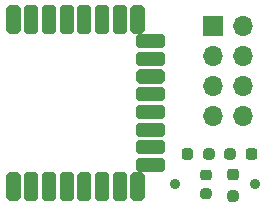
<source format=gts>
G04 #@! TF.GenerationSoftware,KiCad,Pcbnew,(5.1.10)-1*
G04 #@! TF.CreationDate,2021-10-01T13:23:57-05:00*
G04 #@! TF.ProjectId,wireless_measurement_ard,77697265-6c65-4737-935f-6d6561737572,rev?*
G04 #@! TF.SameCoordinates,Original*
G04 #@! TF.FileFunction,Soldermask,Top*
G04 #@! TF.FilePolarity,Negative*
%FSLAX46Y46*%
G04 Gerber Fmt 4.6, Leading zero omitted, Abs format (unit mm)*
G04 Created by KiCad (PCBNEW (5.1.10)-1) date 2021-10-01 13:23:57*
%MOMM*%
%LPD*%
G01*
G04 APERTURE LIST*
%ADD10O,1.700000X1.700000*%
%ADD11R,1.700000X1.700000*%
%ADD12C,0.900000*%
G04 APERTURE END LIST*
G36*
G01*
X128923000Y-77970000D02*
X130923000Y-77970000D01*
G75*
G02*
X131123000Y-78170000I0J-200000D01*
G01*
X131123000Y-78970000D01*
G75*
G02*
X130923000Y-79170000I-200000J0D01*
G01*
X128923000Y-79170000D01*
G75*
G02*
X128723000Y-78970000I0J200000D01*
G01*
X128723000Y-78170000D01*
G75*
G02*
X128923000Y-77970000I200000J0D01*
G01*
G37*
G36*
G01*
X128923000Y-79470000D02*
X130923000Y-79470000D01*
G75*
G02*
X131123000Y-79670000I0J-200000D01*
G01*
X131123000Y-80470000D01*
G75*
G02*
X130923000Y-80670000I-200000J0D01*
G01*
X128923000Y-80670000D01*
G75*
G02*
X128723000Y-80470000I0J200000D01*
G01*
X128723000Y-79670000D01*
G75*
G02*
X128923000Y-79470000I200000J0D01*
G01*
G37*
G36*
G01*
X128923000Y-80970000D02*
X130923000Y-80970000D01*
G75*
G02*
X131123000Y-81170000I0J-200000D01*
G01*
X131123000Y-81970000D01*
G75*
G02*
X130923000Y-82170000I-200000J0D01*
G01*
X128923000Y-82170000D01*
G75*
G02*
X128723000Y-81970000I0J200000D01*
G01*
X128723000Y-81170000D01*
G75*
G02*
X128923000Y-80970000I200000J0D01*
G01*
G37*
G36*
G01*
X128923000Y-82470000D02*
X130923000Y-82470000D01*
G75*
G02*
X131123000Y-82670000I0J-200000D01*
G01*
X131123000Y-83470000D01*
G75*
G02*
X130923000Y-83670000I-200000J0D01*
G01*
X128923000Y-83670000D01*
G75*
G02*
X128723000Y-83470000I0J200000D01*
G01*
X128723000Y-82670000D01*
G75*
G02*
X128923000Y-82470000I200000J0D01*
G01*
G37*
G36*
G01*
X128923000Y-83970000D02*
X130923000Y-83970000D01*
G75*
G02*
X131123000Y-84170000I0J-200000D01*
G01*
X131123000Y-84970000D01*
G75*
G02*
X130923000Y-85170000I-200000J0D01*
G01*
X128923000Y-85170000D01*
G75*
G02*
X128723000Y-84970000I0J200000D01*
G01*
X128723000Y-84170000D01*
G75*
G02*
X128923000Y-83970000I200000J0D01*
G01*
G37*
G36*
G01*
X128923000Y-85470000D02*
X130923000Y-85470000D01*
G75*
G02*
X131123000Y-85670000I0J-200000D01*
G01*
X131123000Y-86470000D01*
G75*
G02*
X130923000Y-86670000I-200000J0D01*
G01*
X128923000Y-86670000D01*
G75*
G02*
X128723000Y-86470000I0J200000D01*
G01*
X128723000Y-85670000D01*
G75*
G02*
X128923000Y-85470000I200000J0D01*
G01*
G37*
G36*
G01*
X128923000Y-86970000D02*
X130923000Y-86970000D01*
G75*
G02*
X131123000Y-87170000I0J-200000D01*
G01*
X131123000Y-87970000D01*
G75*
G02*
X130923000Y-88170000I-200000J0D01*
G01*
X128923000Y-88170000D01*
G75*
G02*
X128723000Y-87970000I0J200000D01*
G01*
X128723000Y-87170000D01*
G75*
G02*
X128923000Y-86970000I200000J0D01*
G01*
G37*
G36*
G01*
X128423000Y-89690000D02*
X129223000Y-89690000D01*
G75*
G02*
X129423000Y-89890000I0J-200000D01*
G01*
X129423000Y-91890000D01*
G75*
G02*
X129223000Y-92090000I-200000J0D01*
G01*
X128423000Y-92090000D01*
G75*
G02*
X128223000Y-91890000I0J200000D01*
G01*
X128223000Y-89890000D01*
G75*
G02*
X128423000Y-89690000I200000J0D01*
G01*
G37*
G36*
G01*
X128423000Y-75550000D02*
X129223000Y-75550000D01*
G75*
G02*
X129423000Y-75750000I0J-200000D01*
G01*
X129423000Y-77750000D01*
G75*
G02*
X129223000Y-77950000I-200000J0D01*
G01*
X128423000Y-77950000D01*
G75*
G02*
X128223000Y-77750000I0J200000D01*
G01*
X128223000Y-75750000D01*
G75*
G02*
X128423000Y-75550000I200000J0D01*
G01*
G37*
G36*
G01*
X126923000Y-75550000D02*
X127723000Y-75550000D01*
G75*
G02*
X127923000Y-75750000I0J-200000D01*
G01*
X127923000Y-77750000D01*
G75*
G02*
X127723000Y-77950000I-200000J0D01*
G01*
X126923000Y-77950000D01*
G75*
G02*
X126723000Y-77750000I0J200000D01*
G01*
X126723000Y-75750000D01*
G75*
G02*
X126923000Y-75550000I200000J0D01*
G01*
G37*
G36*
G01*
X126923000Y-89690000D02*
X127723000Y-89690000D01*
G75*
G02*
X127923000Y-89890000I0J-200000D01*
G01*
X127923000Y-91890000D01*
G75*
G02*
X127723000Y-92090000I-200000J0D01*
G01*
X126923000Y-92090000D01*
G75*
G02*
X126723000Y-91890000I0J200000D01*
G01*
X126723000Y-89890000D01*
G75*
G02*
X126923000Y-89690000I200000J0D01*
G01*
G37*
G36*
G01*
X125423000Y-89690000D02*
X126223000Y-89690000D01*
G75*
G02*
X126423000Y-89890000I0J-200000D01*
G01*
X126423000Y-91890000D01*
G75*
G02*
X126223000Y-92090000I-200000J0D01*
G01*
X125423000Y-92090000D01*
G75*
G02*
X125223000Y-91890000I0J200000D01*
G01*
X125223000Y-89890000D01*
G75*
G02*
X125423000Y-89690000I200000J0D01*
G01*
G37*
G36*
G01*
X125423000Y-75550000D02*
X126223000Y-75550000D01*
G75*
G02*
X126423000Y-75750000I0J-200000D01*
G01*
X126423000Y-77750000D01*
G75*
G02*
X126223000Y-77950000I-200000J0D01*
G01*
X125423000Y-77950000D01*
G75*
G02*
X125223000Y-77750000I0J200000D01*
G01*
X125223000Y-75750000D01*
G75*
G02*
X125423000Y-75550000I200000J0D01*
G01*
G37*
G36*
G01*
X123923000Y-75550000D02*
X124723000Y-75550000D01*
G75*
G02*
X124923000Y-75750000I0J-200000D01*
G01*
X124923000Y-77750000D01*
G75*
G02*
X124723000Y-77950000I-200000J0D01*
G01*
X123923000Y-77950000D01*
G75*
G02*
X123723000Y-77750000I0J200000D01*
G01*
X123723000Y-75750000D01*
G75*
G02*
X123923000Y-75550000I200000J0D01*
G01*
G37*
G36*
G01*
X123923000Y-89690000D02*
X124723000Y-89690000D01*
G75*
G02*
X124923000Y-89890000I0J-200000D01*
G01*
X124923000Y-91890000D01*
G75*
G02*
X124723000Y-92090000I-200000J0D01*
G01*
X123923000Y-92090000D01*
G75*
G02*
X123723000Y-91890000I0J200000D01*
G01*
X123723000Y-89890000D01*
G75*
G02*
X123923000Y-89690000I200000J0D01*
G01*
G37*
G36*
G01*
X122423000Y-89690000D02*
X123223000Y-89690000D01*
G75*
G02*
X123423000Y-89890000I0J-200000D01*
G01*
X123423000Y-91890000D01*
G75*
G02*
X123223000Y-92090000I-200000J0D01*
G01*
X122423000Y-92090000D01*
G75*
G02*
X122223000Y-91890000I0J200000D01*
G01*
X122223000Y-89890000D01*
G75*
G02*
X122423000Y-89690000I200000J0D01*
G01*
G37*
G36*
G01*
X122423000Y-75550000D02*
X123223000Y-75550000D01*
G75*
G02*
X123423000Y-75750000I0J-200000D01*
G01*
X123423000Y-77750000D01*
G75*
G02*
X123223000Y-77950000I-200000J0D01*
G01*
X122423000Y-77950000D01*
G75*
G02*
X122223000Y-77750000I0J200000D01*
G01*
X122223000Y-75750000D01*
G75*
G02*
X122423000Y-75550000I200000J0D01*
G01*
G37*
G36*
G01*
X120923000Y-75550000D02*
X121723000Y-75550000D01*
G75*
G02*
X121923000Y-75750000I0J-200000D01*
G01*
X121923000Y-77750000D01*
G75*
G02*
X121723000Y-77950000I-200000J0D01*
G01*
X120923000Y-77950000D01*
G75*
G02*
X120723000Y-77750000I0J200000D01*
G01*
X120723000Y-75750000D01*
G75*
G02*
X120923000Y-75550000I200000J0D01*
G01*
G37*
G36*
G01*
X120923000Y-89690000D02*
X121723000Y-89690000D01*
G75*
G02*
X121923000Y-89890000I0J-200000D01*
G01*
X121923000Y-91890000D01*
G75*
G02*
X121723000Y-92090000I-200000J0D01*
G01*
X120923000Y-92090000D01*
G75*
G02*
X120723000Y-91890000I0J200000D01*
G01*
X120723000Y-89890000D01*
G75*
G02*
X120923000Y-89690000I200000J0D01*
G01*
G37*
G36*
G01*
X119423000Y-89690000D02*
X120223000Y-89690000D01*
G75*
G02*
X120423000Y-89890000I0J-200000D01*
G01*
X120423000Y-91890000D01*
G75*
G02*
X120223000Y-92090000I-200000J0D01*
G01*
X119423000Y-92090000D01*
G75*
G02*
X119223000Y-91890000I0J200000D01*
G01*
X119223000Y-89890000D01*
G75*
G02*
X119423000Y-89690000I200000J0D01*
G01*
G37*
G36*
G01*
X119423000Y-75550000D02*
X120223000Y-75550000D01*
G75*
G02*
X120423000Y-75750000I0J-200000D01*
G01*
X120423000Y-77750000D01*
G75*
G02*
X120223000Y-77950000I-200000J0D01*
G01*
X119423000Y-77950000D01*
G75*
G02*
X119223000Y-77750000I0J200000D01*
G01*
X119223000Y-75750000D01*
G75*
G02*
X119423000Y-75550000I200000J0D01*
G01*
G37*
G36*
G01*
X117923000Y-75550000D02*
X118723000Y-75550000D01*
G75*
G02*
X118923000Y-75750000I0J-200000D01*
G01*
X118923000Y-77750000D01*
G75*
G02*
X118723000Y-77950000I-200000J0D01*
G01*
X117923000Y-77950000D01*
G75*
G02*
X117723000Y-77750000I0J200000D01*
G01*
X117723000Y-75750000D01*
G75*
G02*
X117923000Y-75550000I200000J0D01*
G01*
G37*
G36*
G01*
X128923000Y-88470000D02*
X130923000Y-88470000D01*
G75*
G02*
X131123000Y-88670000I0J-200000D01*
G01*
X131123000Y-89470000D01*
G75*
G02*
X130923000Y-89670000I-200000J0D01*
G01*
X128923000Y-89670000D01*
G75*
G02*
X128723000Y-89470000I0J200000D01*
G01*
X128723000Y-88670000D01*
G75*
G02*
X128923000Y-88470000I200000J0D01*
G01*
G37*
G36*
G01*
X117923000Y-89690000D02*
X118723000Y-89690000D01*
G75*
G02*
X118923000Y-89890000I0J-200000D01*
G01*
X118923000Y-91890000D01*
G75*
G02*
X118723000Y-92090000I-200000J0D01*
G01*
X117923000Y-92090000D01*
G75*
G02*
X117723000Y-91890000I0J200000D01*
G01*
X117723000Y-89890000D01*
G75*
G02*
X117923000Y-89690000I200000J0D01*
G01*
G37*
D10*
X137744200Y-84886800D03*
X135204200Y-84886800D03*
X137744200Y-82346800D03*
X135204200Y-82346800D03*
X137744200Y-79806800D03*
X135204200Y-79806800D03*
X137744200Y-77266800D03*
D11*
X135204200Y-77266800D03*
G36*
G01*
X137143500Y-90356500D02*
X136668500Y-90356500D01*
G75*
G02*
X136431000Y-90119000I0J237500D01*
G01*
X136431000Y-89619000D01*
G75*
G02*
X136668500Y-89381500I237500J0D01*
G01*
X137143500Y-89381500D01*
G75*
G02*
X137381000Y-89619000I0J-237500D01*
G01*
X137381000Y-90119000D01*
G75*
G02*
X137143500Y-90356500I-237500J0D01*
G01*
G37*
G36*
G01*
X137143500Y-92181500D02*
X136668500Y-92181500D01*
G75*
G02*
X136431000Y-91944000I0J237500D01*
G01*
X136431000Y-91444000D01*
G75*
G02*
X136668500Y-91206500I237500J0D01*
G01*
X137143500Y-91206500D01*
G75*
G02*
X137381000Y-91444000I0J-237500D01*
G01*
X137381000Y-91944000D01*
G75*
G02*
X137143500Y-92181500I-237500J0D01*
G01*
G37*
D12*
X131982000Y-90634000D03*
X138782000Y-90634000D03*
G36*
G01*
X137989500Y-88375500D02*
X137989500Y-87900500D01*
G75*
G02*
X138227000Y-87663000I237500J0D01*
G01*
X138727000Y-87663000D01*
G75*
G02*
X138964500Y-87900500I0J-237500D01*
G01*
X138964500Y-88375500D01*
G75*
G02*
X138727000Y-88613000I-237500J0D01*
G01*
X138227000Y-88613000D01*
G75*
G02*
X137989500Y-88375500I0J237500D01*
G01*
G37*
G36*
G01*
X136164500Y-88375500D02*
X136164500Y-87900500D01*
G75*
G02*
X136402000Y-87663000I237500J0D01*
G01*
X136902000Y-87663000D01*
G75*
G02*
X137139500Y-87900500I0J-237500D01*
G01*
X137139500Y-88375500D01*
G75*
G02*
X136902000Y-88613000I-237500J0D01*
G01*
X136402000Y-88613000D01*
G75*
G02*
X136164500Y-88375500I0J237500D01*
G01*
G37*
G36*
G01*
X134386500Y-88375500D02*
X134386500Y-87900500D01*
G75*
G02*
X134624000Y-87663000I237500J0D01*
G01*
X135124000Y-87663000D01*
G75*
G02*
X135361500Y-87900500I0J-237500D01*
G01*
X135361500Y-88375500D01*
G75*
G02*
X135124000Y-88613000I-237500J0D01*
G01*
X134624000Y-88613000D01*
G75*
G02*
X134386500Y-88375500I0J237500D01*
G01*
G37*
G36*
G01*
X132561500Y-88375500D02*
X132561500Y-87900500D01*
G75*
G02*
X132799000Y-87663000I237500J0D01*
G01*
X133299000Y-87663000D01*
G75*
G02*
X133536500Y-87900500I0J-237500D01*
G01*
X133536500Y-88375500D01*
G75*
G02*
X133299000Y-88613000I-237500J0D01*
G01*
X132799000Y-88613000D01*
G75*
G02*
X132561500Y-88375500I0J237500D01*
G01*
G37*
G36*
G01*
X134876250Y-91928500D02*
X134363750Y-91928500D01*
G75*
G02*
X134145000Y-91709750I0J218750D01*
G01*
X134145000Y-91272250D01*
G75*
G02*
X134363750Y-91053500I218750J0D01*
G01*
X134876250Y-91053500D01*
G75*
G02*
X135095000Y-91272250I0J-218750D01*
G01*
X135095000Y-91709750D01*
G75*
G02*
X134876250Y-91928500I-218750J0D01*
G01*
G37*
G36*
G01*
X134876250Y-90353500D02*
X134363750Y-90353500D01*
G75*
G02*
X134145000Y-90134750I0J218750D01*
G01*
X134145000Y-89697250D01*
G75*
G02*
X134363750Y-89478500I218750J0D01*
G01*
X134876250Y-89478500D01*
G75*
G02*
X135095000Y-89697250I0J-218750D01*
G01*
X135095000Y-90134750D01*
G75*
G02*
X134876250Y-90353500I-218750J0D01*
G01*
G37*
M02*

</source>
